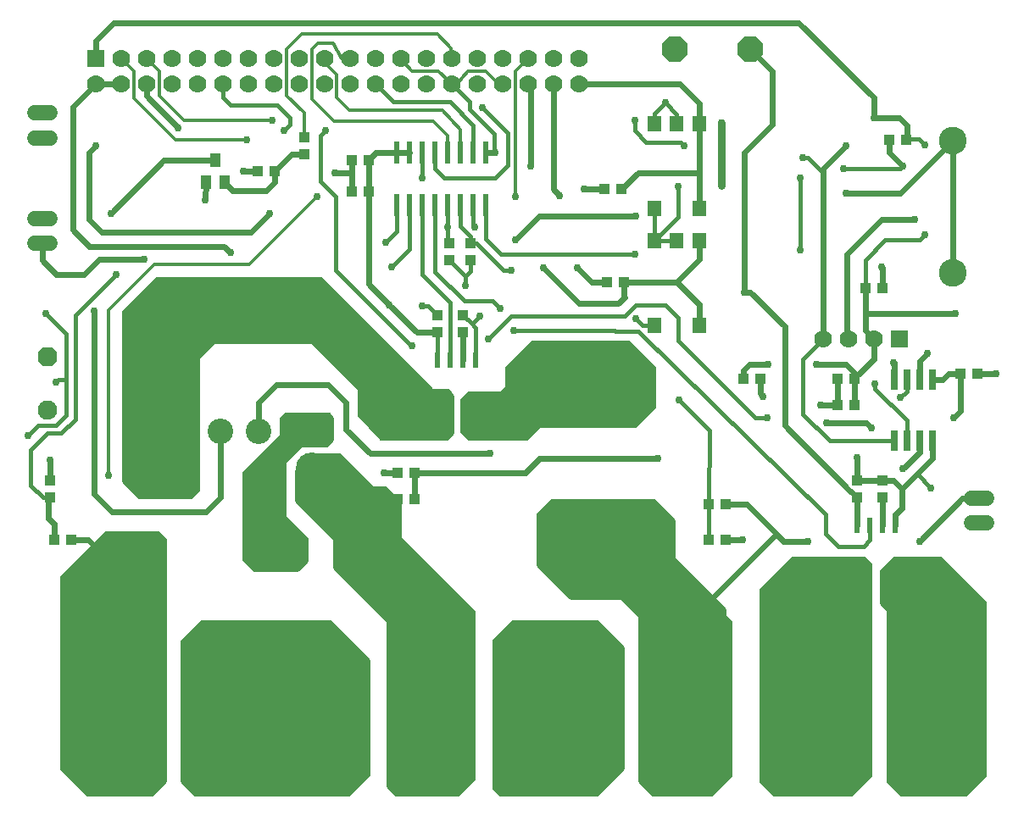
<source format=gbr>
G04 EAGLE Gerber X2 export*
%TF.Part,Single*%
%TF.FileFunction,Copper,L1,Top,Mixed*%
%TF.FilePolarity,Positive*%
%TF.GenerationSoftware,Autodesk,EAGLE,8.6.0*%
%TF.CreationDate,2018-02-22T08:32:46Z*%
G75*
%MOMM*%
%FSLAX34Y34*%
%LPD*%
%AMOC8*
5,1,8,0,0,1.08239X$1,22.5*%
G01*
%ADD10R,1.000000X1.100000*%
%ADD11C,2.095500*%
%ADD12P,4.123906X8X292.500000*%
%ADD13R,1.100000X1.000000*%
%ADD14R,1.000000X1.400000*%
%ADD15R,1.778000X1.778000*%
%ADD16C,1.778000*%
%ADD17R,0.600000X1.500000*%
%ADD18C,3.000000*%
%ADD19R,0.600000X2.200000*%
%ADD20C,4.300000*%
%ADD21C,3.216000*%
%ADD22C,2.550000*%
%ADD23R,0.660400X2.032000*%
%ADD24C,1.524000*%
%ADD25C,2.775000*%
%ADD26P,2.749271X8X202.500000*%
%ADD27R,1.400000X1.600000*%
%ADD28P,2.089446X8X292.500000*%
%ADD29C,1.930400*%
%ADD30C,0.406400*%
%ADD31C,0.756400*%
%ADD32C,0.609600*%
%ADD33C,0.304800*%
%ADD34C,0.762000*%

G36*
X179234Y307355D02*
X179234Y307355D01*
X179398Y307362D01*
X179458Y307375D01*
X179519Y307381D01*
X179677Y307424D01*
X179838Y307460D01*
X179894Y307483D01*
X179953Y307499D01*
X180101Y307570D01*
X180253Y307633D01*
X180305Y307666D01*
X180360Y307693D01*
X180493Y307788D01*
X180631Y307878D01*
X180689Y307929D01*
X180726Y307955D01*
X180768Y307998D01*
X180866Y308084D01*
X187216Y314434D01*
X187321Y314561D01*
X187433Y314682D01*
X187465Y314733D01*
X187504Y314780D01*
X187586Y314923D01*
X187674Y315061D01*
X187698Y315118D01*
X187728Y315171D01*
X187783Y315326D01*
X187845Y315478D01*
X187858Y315538D01*
X187879Y315595D01*
X187905Y315757D01*
X187940Y315918D01*
X187945Y315995D01*
X187952Y316039D01*
X187951Y316100D01*
X187959Y316230D01*
X187959Y447258D01*
X202982Y462281D01*
X299938Y462281D01*
X345441Y416778D01*
X345441Y391160D01*
X345452Y391032D01*
X345454Y390904D01*
X345472Y390808D01*
X345481Y390712D01*
X345514Y390588D01*
X345539Y390462D01*
X345574Y390371D01*
X345599Y390277D01*
X345654Y390162D01*
X345700Y390042D01*
X345751Y389958D01*
X345793Y389871D01*
X345849Y389792D01*
X345851Y389787D01*
X345867Y389766D01*
X345934Y389656D01*
X346019Y389554D01*
X346055Y389504D01*
X346086Y389474D01*
X346116Y389437D01*
X346123Y389429D01*
X346126Y389426D01*
X346134Y389417D01*
X367724Y366557D01*
X367874Y366424D01*
X368022Y366288D01*
X368042Y366274D01*
X368061Y366258D01*
X368232Y366154D01*
X368401Y366046D01*
X368424Y366036D01*
X368445Y366023D01*
X368632Y365951D01*
X368818Y365875D01*
X368842Y365869D01*
X368865Y365861D01*
X369061Y365822D01*
X369258Y365780D01*
X369288Y365778D01*
X369307Y365774D01*
X369362Y365774D01*
X369570Y365761D01*
X434340Y365761D01*
X434504Y365775D01*
X434668Y365782D01*
X434728Y365795D01*
X434789Y365801D01*
X434947Y365844D01*
X435108Y365880D01*
X435164Y365903D01*
X435223Y365919D01*
X435371Y365990D01*
X435523Y366053D01*
X435575Y366086D01*
X435630Y366113D01*
X435763Y366208D01*
X435901Y366298D01*
X435959Y366349D01*
X435996Y366375D01*
X436038Y366418D01*
X436136Y366504D01*
X441216Y371584D01*
X441302Y371688D01*
X441371Y371759D01*
X441386Y371781D01*
X441433Y371832D01*
X441465Y371883D01*
X441504Y371930D01*
X441586Y372073D01*
X441674Y372211D01*
X441698Y372268D01*
X441728Y372321D01*
X441783Y372476D01*
X441845Y372628D01*
X441858Y372688D01*
X441879Y372745D01*
X441905Y372907D01*
X441940Y373068D01*
X441945Y373145D01*
X441952Y373189D01*
X441951Y373250D01*
X441959Y373380D01*
X441959Y410210D01*
X441941Y410419D01*
X441925Y410628D01*
X441921Y410643D01*
X441919Y410659D01*
X441864Y410862D01*
X441812Y411064D01*
X441805Y411078D01*
X441801Y411093D01*
X441711Y411281D01*
X441623Y411473D01*
X441613Y411488D01*
X441607Y411500D01*
X441582Y411535D01*
X441451Y411734D01*
X437641Y416814D01*
X437562Y416902D01*
X437490Y416997D01*
X437412Y417069D01*
X437340Y417148D01*
X437246Y417222D01*
X437158Y417303D01*
X437069Y417360D01*
X436985Y417425D01*
X436879Y417480D01*
X436779Y417544D01*
X436680Y417585D01*
X436586Y417634D01*
X436472Y417670D01*
X436362Y417715D01*
X436258Y417738D01*
X436157Y417770D01*
X436039Y417785D01*
X435922Y417810D01*
X435773Y417819D01*
X435710Y417827D01*
X435672Y417825D01*
X435610Y417829D01*
X421422Y417829D01*
X310406Y528846D01*
X310279Y528951D01*
X310158Y529063D01*
X310107Y529095D01*
X310060Y529134D01*
X309917Y529216D01*
X309779Y529304D01*
X309722Y529328D01*
X309669Y529358D01*
X309514Y529413D01*
X309362Y529475D01*
X309302Y529488D01*
X309245Y529509D01*
X309083Y529535D01*
X308922Y529570D01*
X308845Y529575D01*
X308801Y529582D01*
X308740Y529581D01*
X308610Y529589D01*
X146050Y529589D01*
X145886Y529575D01*
X145722Y529568D01*
X145662Y529555D01*
X145602Y529549D01*
X145443Y529506D01*
X145282Y529470D01*
X145226Y529447D01*
X145167Y529431D01*
X145019Y529360D01*
X144867Y529297D01*
X144815Y529264D01*
X144761Y529237D01*
X144627Y529142D01*
X144489Y529052D01*
X144431Y529001D01*
X144394Y528975D01*
X144352Y528932D01*
X144254Y528846D01*
X111234Y495826D01*
X111129Y495699D01*
X111018Y495578D01*
X110985Y495527D01*
X110946Y495480D01*
X110864Y495337D01*
X110776Y495199D01*
X110752Y495142D01*
X110722Y495089D01*
X110667Y494934D01*
X110605Y494782D01*
X110592Y494722D01*
X110571Y494665D01*
X110545Y494503D01*
X110510Y494342D01*
X110505Y494265D01*
X110498Y494221D01*
X110499Y494160D01*
X110491Y494030D01*
X110491Y325120D01*
X110497Y325054D01*
X110496Y325046D01*
X110501Y325006D01*
X110505Y324956D01*
X110512Y324792D01*
X110525Y324732D01*
X110531Y324672D01*
X110547Y324613D01*
X110548Y324599D01*
X110570Y324528D01*
X110574Y324513D01*
X110610Y324352D01*
X110633Y324296D01*
X110649Y324237D01*
X110673Y324188D01*
X110679Y324168D01*
X110723Y324081D01*
X110783Y323937D01*
X110816Y323885D01*
X110843Y323831D01*
X110870Y323792D01*
X110883Y323767D01*
X110951Y323678D01*
X111028Y323559D01*
X111079Y323501D01*
X111105Y323464D01*
X111134Y323436D01*
X111155Y323408D01*
X111185Y323380D01*
X111234Y323324D01*
X126474Y308084D01*
X126601Y307979D01*
X126722Y307868D01*
X126773Y307835D01*
X126820Y307796D01*
X126963Y307714D01*
X127101Y307626D01*
X127158Y307602D01*
X127211Y307572D01*
X127366Y307517D01*
X127518Y307455D01*
X127578Y307442D01*
X127635Y307421D01*
X127797Y307395D01*
X127958Y307360D01*
X128035Y307355D01*
X128079Y307348D01*
X128140Y307349D01*
X128270Y307341D01*
X179070Y307341D01*
X179234Y307355D01*
G37*
G36*
X336714Y10175D02*
X336714Y10175D01*
X336878Y10182D01*
X336938Y10195D01*
X336999Y10201D01*
X337157Y10244D01*
X337318Y10280D01*
X337374Y10303D01*
X337433Y10319D01*
X337581Y10390D01*
X337733Y10453D01*
X337785Y10486D01*
X337840Y10513D01*
X337973Y10608D01*
X338111Y10698D01*
X338169Y10749D01*
X338206Y10775D01*
X338248Y10818D01*
X338346Y10904D01*
X357396Y29954D01*
X357501Y30081D01*
X357613Y30202D01*
X357645Y30253D01*
X357684Y30300D01*
X357766Y30443D01*
X357854Y30581D01*
X357878Y30638D01*
X357908Y30691D01*
X357963Y30846D01*
X358025Y30998D01*
X358038Y31058D01*
X358059Y31115D01*
X358085Y31277D01*
X358120Y31438D01*
X358125Y31515D01*
X358132Y31559D01*
X358131Y31620D01*
X358139Y31750D01*
X358139Y146050D01*
X358125Y146214D01*
X358118Y146378D01*
X358105Y146438D01*
X358099Y146499D01*
X358056Y146657D01*
X358020Y146818D01*
X357997Y146874D01*
X357981Y146933D01*
X357910Y147081D01*
X357847Y147233D01*
X357814Y147285D01*
X357787Y147340D01*
X357692Y147473D01*
X357602Y147611D01*
X357551Y147669D01*
X357525Y147706D01*
X357482Y147748D01*
X357396Y147846D01*
X319296Y185946D01*
X319169Y186051D01*
X319048Y186163D01*
X318997Y186195D01*
X318950Y186234D01*
X318807Y186316D01*
X318669Y186404D01*
X318612Y186428D01*
X318559Y186458D01*
X318404Y186513D01*
X318252Y186575D01*
X318192Y186588D01*
X318135Y186609D01*
X317973Y186635D01*
X317812Y186670D01*
X317735Y186675D01*
X317691Y186682D01*
X317630Y186681D01*
X317500Y186689D01*
X190500Y186689D01*
X190336Y186675D01*
X190172Y186668D01*
X190112Y186655D01*
X190052Y186649D01*
X189893Y186606D01*
X189732Y186570D01*
X189676Y186547D01*
X189617Y186531D01*
X189469Y186460D01*
X189317Y186397D01*
X189265Y186364D01*
X189211Y186337D01*
X189077Y186242D01*
X188939Y186152D01*
X188881Y186101D01*
X188844Y186075D01*
X188802Y186032D01*
X188704Y185946D01*
X169654Y166896D01*
X169549Y166769D01*
X169438Y166648D01*
X169405Y166597D01*
X169366Y166550D01*
X169284Y166407D01*
X169196Y166269D01*
X169172Y166212D01*
X169142Y166159D01*
X169087Y166004D01*
X169025Y165852D01*
X169012Y165792D01*
X168991Y165735D01*
X168965Y165573D01*
X168930Y165412D01*
X168925Y165335D01*
X168918Y165291D01*
X168919Y165230D01*
X168911Y165100D01*
X168911Y25400D01*
X168916Y25339D01*
X168915Y25327D01*
X168923Y25262D01*
X168925Y25236D01*
X168932Y25072D01*
X168945Y25012D01*
X168951Y24952D01*
X168966Y24897D01*
X168968Y24880D01*
X168994Y24792D01*
X169030Y24632D01*
X169053Y24576D01*
X169069Y24517D01*
X169091Y24471D01*
X169098Y24449D01*
X169145Y24357D01*
X169203Y24217D01*
X169236Y24165D01*
X169263Y24111D01*
X169289Y24074D01*
X169302Y24048D01*
X169372Y23956D01*
X169448Y23839D01*
X169499Y23781D01*
X169525Y23744D01*
X169553Y23717D01*
X169574Y23689D01*
X169605Y23661D01*
X169654Y23604D01*
X182354Y10904D01*
X182481Y10799D01*
X182602Y10688D01*
X182653Y10655D01*
X182700Y10616D01*
X182843Y10534D01*
X182981Y10446D01*
X183038Y10422D01*
X183091Y10392D01*
X183246Y10337D01*
X183398Y10275D01*
X183458Y10262D01*
X183515Y10241D01*
X183677Y10215D01*
X183838Y10180D01*
X183915Y10175D01*
X183959Y10168D01*
X184020Y10169D01*
X184150Y10161D01*
X336550Y10161D01*
X336714Y10175D01*
G37*
G36*
X698664Y10175D02*
X698664Y10175D01*
X698828Y10182D01*
X698888Y10195D01*
X698949Y10201D01*
X699107Y10244D01*
X699268Y10280D01*
X699324Y10303D01*
X699383Y10319D01*
X699531Y10390D01*
X699683Y10453D01*
X699735Y10486D01*
X699790Y10513D01*
X699923Y10608D01*
X700061Y10698D01*
X700119Y10749D01*
X700156Y10775D01*
X700198Y10818D01*
X700296Y10904D01*
X719346Y29954D01*
X719451Y30081D01*
X719563Y30202D01*
X719595Y30253D01*
X719634Y30300D01*
X719716Y30443D01*
X719804Y30581D01*
X719828Y30638D01*
X719858Y30691D01*
X719913Y30846D01*
X719975Y30998D01*
X719988Y31058D01*
X720009Y31115D01*
X720035Y31277D01*
X720070Y31438D01*
X720075Y31515D01*
X720082Y31559D01*
X720081Y31620D01*
X720089Y31750D01*
X720089Y184150D01*
X720075Y184314D01*
X720068Y184478D01*
X720055Y184538D01*
X720049Y184599D01*
X720006Y184757D01*
X719970Y184918D01*
X719947Y184974D01*
X719931Y185033D01*
X719860Y185181D01*
X719797Y185333D01*
X719764Y185385D01*
X719737Y185440D01*
X719642Y185573D01*
X719552Y185711D01*
X719501Y185769D01*
X719475Y185806D01*
X719432Y185848D01*
X719346Y185946D01*
X713739Y191552D01*
X713739Y196850D01*
X713725Y197014D01*
X713718Y197178D01*
X713705Y197238D01*
X713699Y197299D01*
X713656Y197457D01*
X713620Y197618D01*
X713597Y197674D01*
X713581Y197733D01*
X713510Y197881D01*
X713447Y198033D01*
X713414Y198085D01*
X713387Y198140D01*
X713292Y198273D01*
X713202Y198411D01*
X713151Y198469D01*
X713125Y198506D01*
X713082Y198548D01*
X712996Y198646D01*
X662939Y248702D01*
X662939Y285750D01*
X662925Y285914D01*
X662918Y286078D01*
X662905Y286138D01*
X662899Y286199D01*
X662856Y286357D01*
X662820Y286518D01*
X662797Y286574D01*
X662781Y286633D01*
X662711Y286781D01*
X662647Y286933D01*
X662614Y286985D01*
X662587Y287040D01*
X662492Y287173D01*
X662402Y287311D01*
X662351Y287369D01*
X662325Y287406D01*
X662282Y287448D01*
X662196Y287546D01*
X643146Y306596D01*
X643019Y306701D01*
X642898Y306813D01*
X642847Y306845D01*
X642800Y306884D01*
X642657Y306966D01*
X642519Y307054D01*
X642462Y307078D01*
X642409Y307108D01*
X642254Y307163D01*
X642102Y307225D01*
X642042Y307238D01*
X641985Y307259D01*
X641823Y307285D01*
X641662Y307320D01*
X641585Y307325D01*
X641541Y307332D01*
X641480Y307331D01*
X641350Y307339D01*
X539750Y307339D01*
X539586Y307325D01*
X539422Y307318D01*
X539362Y307305D01*
X539302Y307299D01*
X539143Y307256D01*
X538982Y307220D01*
X538926Y307197D01*
X538867Y307181D01*
X538719Y307110D01*
X538567Y307047D01*
X538515Y307014D01*
X538461Y306987D01*
X538327Y306892D01*
X538189Y306802D01*
X538131Y306751D01*
X538094Y306725D01*
X538052Y306682D01*
X537954Y306596D01*
X525254Y293896D01*
X525149Y293769D01*
X525038Y293648D01*
X525005Y293597D01*
X524966Y293550D01*
X524884Y293407D01*
X524796Y293269D01*
X524772Y293212D01*
X524742Y293159D01*
X524687Y293004D01*
X524625Y292852D01*
X524612Y292792D01*
X524591Y292735D01*
X524565Y292573D01*
X524530Y292412D01*
X524525Y292335D01*
X524518Y292291D01*
X524519Y292230D01*
X524511Y292100D01*
X524511Y241300D01*
X524525Y241136D01*
X524532Y240972D01*
X524545Y240912D01*
X524551Y240852D01*
X524594Y240693D01*
X524630Y240532D01*
X524653Y240476D01*
X524669Y240417D01*
X524740Y240269D01*
X524803Y240117D01*
X524836Y240065D01*
X524863Y240011D01*
X524958Y239877D01*
X525048Y239739D01*
X525099Y239681D01*
X525125Y239644D01*
X525168Y239602D01*
X525254Y239504D01*
X557004Y207754D01*
X557131Y207649D01*
X557252Y207538D01*
X557303Y207505D01*
X557350Y207466D01*
X557493Y207384D01*
X557631Y207296D01*
X557688Y207272D01*
X557741Y207242D01*
X557896Y207187D01*
X558048Y207125D01*
X558108Y207112D01*
X558165Y207091D01*
X558327Y207065D01*
X558488Y207030D01*
X558565Y207025D01*
X558609Y207018D01*
X558670Y207019D01*
X558800Y207011D01*
X608548Y207011D01*
X626111Y189448D01*
X626111Y25400D01*
X626116Y25339D01*
X626115Y25327D01*
X626123Y25262D01*
X626125Y25236D01*
X626132Y25072D01*
X626145Y25012D01*
X626151Y24952D01*
X626166Y24897D01*
X626168Y24880D01*
X626194Y24792D01*
X626230Y24632D01*
X626253Y24576D01*
X626269Y24517D01*
X626291Y24471D01*
X626298Y24449D01*
X626345Y24357D01*
X626403Y24217D01*
X626436Y24165D01*
X626463Y24111D01*
X626489Y24074D01*
X626502Y24048D01*
X626572Y23956D01*
X626648Y23839D01*
X626699Y23781D01*
X626725Y23744D01*
X626753Y23717D01*
X626774Y23689D01*
X626805Y23661D01*
X626854Y23604D01*
X639554Y10904D01*
X639681Y10799D01*
X639802Y10688D01*
X639853Y10655D01*
X639900Y10616D01*
X640043Y10534D01*
X640181Y10446D01*
X640238Y10422D01*
X640291Y10392D01*
X640446Y10337D01*
X640598Y10275D01*
X640658Y10262D01*
X640715Y10241D01*
X640877Y10215D01*
X641038Y10180D01*
X641115Y10175D01*
X641159Y10168D01*
X641220Y10169D01*
X641350Y10161D01*
X698500Y10161D01*
X698664Y10175D01*
G37*
G36*
X445934Y10175D02*
X445934Y10175D01*
X446098Y10182D01*
X446158Y10195D01*
X446218Y10201D01*
X446377Y10244D01*
X446538Y10280D01*
X446594Y10303D01*
X446653Y10319D01*
X446801Y10390D01*
X446953Y10453D01*
X447005Y10486D01*
X447059Y10513D01*
X447193Y10608D01*
X447331Y10698D01*
X447389Y10749D01*
X447426Y10775D01*
X447468Y10818D01*
X447566Y10904D01*
X462806Y26144D01*
X462890Y26245D01*
X462975Y26333D01*
X462994Y26360D01*
X463023Y26392D01*
X463055Y26443D01*
X463094Y26490D01*
X463167Y26617D01*
X463227Y26706D01*
X463237Y26729D01*
X463264Y26771D01*
X463288Y26828D01*
X463318Y26881D01*
X463372Y27032D01*
X463409Y27118D01*
X463414Y27135D01*
X463435Y27188D01*
X463448Y27248D01*
X463469Y27305D01*
X463495Y27467D01*
X463501Y27495D01*
X463516Y27555D01*
X463517Y27566D01*
X463530Y27628D01*
X463535Y27705D01*
X463542Y27749D01*
X463541Y27810D01*
X463549Y27940D01*
X463549Y194310D01*
X463535Y194474D01*
X463528Y194638D01*
X463515Y194698D01*
X463509Y194759D01*
X463466Y194917D01*
X463430Y195078D01*
X463407Y195134D01*
X463391Y195193D01*
X463320Y195341D01*
X463257Y195493D01*
X463224Y195545D01*
X463197Y195600D01*
X463102Y195733D01*
X463012Y195871D01*
X462961Y195929D01*
X462935Y195966D01*
X462892Y196008D01*
X462806Y196106D01*
X389889Y269022D01*
X389889Y303530D01*
X389875Y303694D01*
X389868Y303858D01*
X389855Y303918D01*
X389849Y303979D01*
X389806Y304137D01*
X389770Y304298D01*
X389747Y304354D01*
X389731Y304413D01*
X389660Y304561D01*
X389597Y304713D01*
X389564Y304765D01*
X389537Y304820D01*
X389442Y304953D01*
X389352Y305091D01*
X389301Y305149D01*
X389275Y305186D01*
X389232Y305228D01*
X389146Y305326D01*
X375176Y319296D01*
X375049Y319401D01*
X374928Y319513D01*
X374877Y319545D01*
X374830Y319584D01*
X374687Y319666D01*
X374549Y319754D01*
X374492Y319778D01*
X374439Y319808D01*
X374284Y319863D01*
X374132Y319925D01*
X374072Y319938D01*
X374015Y319959D01*
X373853Y319985D01*
X373692Y320020D01*
X373615Y320025D01*
X373571Y320032D01*
X373510Y320031D01*
X373380Y320039D01*
X361732Y320039D01*
X329456Y352316D01*
X329329Y352421D01*
X329208Y352533D01*
X329157Y352565D01*
X329110Y352604D01*
X328967Y352686D01*
X328829Y352774D01*
X328772Y352798D01*
X328719Y352828D01*
X328564Y352883D01*
X328412Y352945D01*
X328352Y352958D01*
X328295Y352979D01*
X328133Y353005D01*
X327972Y353040D01*
X327895Y353045D01*
X327851Y353052D01*
X327790Y353051D01*
X327660Y353059D01*
X300990Y353059D01*
X300826Y353045D01*
X300662Y353038D01*
X300602Y353025D01*
X300542Y353019D01*
X300383Y352976D01*
X300222Y352940D01*
X300166Y352917D01*
X300107Y352901D01*
X299959Y352830D01*
X299807Y352767D01*
X299755Y352734D01*
X299701Y352707D01*
X299567Y352612D01*
X299429Y352522D01*
X299371Y352471D01*
X299334Y352445D01*
X299292Y352402D01*
X299194Y352316D01*
X283954Y337076D01*
X283849Y336949D01*
X283738Y336828D01*
X283705Y336777D01*
X283666Y336730D01*
X283584Y336587D01*
X283496Y336449D01*
X283472Y336392D01*
X283442Y336339D01*
X283387Y336184D01*
X283325Y336032D01*
X283312Y335972D01*
X283291Y335915D01*
X283265Y335753D01*
X283230Y335592D01*
X283225Y335515D01*
X283218Y335471D01*
X283219Y335410D01*
X283211Y335280D01*
X283211Y306070D01*
X283225Y305906D01*
X283232Y305742D01*
X283245Y305682D01*
X283251Y305622D01*
X283294Y305463D01*
X283330Y305302D01*
X283353Y305246D01*
X283369Y305187D01*
X283440Y305039D01*
X283503Y304887D01*
X283536Y304835D01*
X283563Y304781D01*
X283658Y304647D01*
X283748Y304509D01*
X283799Y304451D01*
X283825Y304414D01*
X283868Y304372D01*
X283954Y304274D01*
X321311Y266918D01*
X321311Y238760D01*
X321325Y238596D01*
X321332Y238432D01*
X321345Y238372D01*
X321351Y238312D01*
X321394Y238153D01*
X321430Y237992D01*
X321453Y237936D01*
X321469Y237877D01*
X321540Y237729D01*
X321603Y237577D01*
X321636Y237525D01*
X321663Y237471D01*
X321758Y237337D01*
X321848Y237199D01*
X321899Y237141D01*
X321925Y237104D01*
X321968Y237062D01*
X322054Y236964D01*
X374651Y184368D01*
X374651Y20320D01*
X374655Y20269D01*
X374654Y20249D01*
X374666Y20149D01*
X374672Y19992D01*
X374685Y19932D01*
X374691Y19872D01*
X374703Y19825D01*
X374706Y19801D01*
X374737Y19699D01*
X374770Y19552D01*
X374793Y19496D01*
X374809Y19437D01*
X374828Y19397D01*
X374836Y19370D01*
X374888Y19269D01*
X374943Y19137D01*
X374976Y19085D01*
X375003Y19031D01*
X375027Y18997D01*
X375041Y18969D01*
X375114Y18873D01*
X375188Y18759D01*
X375239Y18701D01*
X375265Y18664D01*
X375292Y18638D01*
X375313Y18610D01*
X375344Y18581D01*
X375394Y18524D01*
X383014Y10904D01*
X383141Y10799D01*
X383262Y10687D01*
X383313Y10655D01*
X383360Y10616D01*
X383503Y10534D01*
X383641Y10446D01*
X383698Y10422D01*
X383751Y10392D01*
X383906Y10337D01*
X384058Y10275D01*
X384118Y10262D01*
X384175Y10241D01*
X384337Y10215D01*
X384498Y10180D01*
X384575Y10175D01*
X384619Y10168D01*
X384680Y10169D01*
X384810Y10161D01*
X445770Y10161D01*
X445934Y10175D01*
G37*
G36*
X139864Y10175D02*
X139864Y10175D01*
X140028Y10182D01*
X140088Y10195D01*
X140149Y10201D01*
X140307Y10244D01*
X140468Y10280D01*
X140524Y10303D01*
X140583Y10319D01*
X140731Y10390D01*
X140883Y10453D01*
X140935Y10486D01*
X140990Y10513D01*
X141123Y10608D01*
X141261Y10698D01*
X141319Y10749D01*
X141356Y10775D01*
X141398Y10818D01*
X141496Y10904D01*
X154196Y23604D01*
X154280Y23705D01*
X154366Y23794D01*
X154384Y23821D01*
X154413Y23852D01*
X154445Y23903D01*
X154484Y23950D01*
X154556Y24074D01*
X154618Y24167D01*
X154629Y24191D01*
X154654Y24231D01*
X154678Y24288D01*
X154708Y24341D01*
X154760Y24487D01*
X154800Y24578D01*
X154805Y24599D01*
X154825Y24648D01*
X154838Y24708D01*
X154859Y24765D01*
X154885Y24927D01*
X154887Y24934D01*
X154907Y25016D01*
X154908Y25031D01*
X154920Y25088D01*
X154925Y25165D01*
X154932Y25209D01*
X154931Y25270D01*
X154939Y25400D01*
X154939Y266700D01*
X154925Y266864D01*
X154918Y267028D01*
X154905Y267088D01*
X154899Y267149D01*
X154856Y267307D01*
X154820Y267468D01*
X154797Y267524D01*
X154781Y267583D01*
X154710Y267731D01*
X154647Y267883D01*
X154614Y267935D01*
X154587Y267990D01*
X154492Y268123D01*
X154402Y268261D01*
X154351Y268319D01*
X154325Y268356D01*
X154282Y268398D01*
X154196Y268496D01*
X147846Y274846D01*
X147719Y274951D01*
X147598Y275063D01*
X147547Y275095D01*
X147500Y275134D01*
X147357Y275216D01*
X147219Y275304D01*
X147162Y275328D01*
X147109Y275358D01*
X146954Y275413D01*
X146802Y275475D01*
X146742Y275488D01*
X146685Y275509D01*
X146523Y275535D01*
X146362Y275570D01*
X146285Y275575D01*
X146241Y275582D01*
X146180Y275581D01*
X146050Y275589D01*
X95250Y275589D01*
X95086Y275575D01*
X94922Y275568D01*
X94862Y275555D01*
X94802Y275549D01*
X94643Y275506D01*
X94482Y275470D01*
X94426Y275447D01*
X94367Y275431D01*
X94219Y275360D01*
X94067Y275297D01*
X94015Y275264D01*
X93961Y275237D01*
X93827Y275142D01*
X93689Y275052D01*
X93631Y275001D01*
X93594Y274975D01*
X93552Y274932D01*
X93454Y274846D01*
X49004Y230396D01*
X48899Y230269D01*
X48788Y230148D01*
X48755Y230097D01*
X48716Y230050D01*
X48634Y229907D01*
X48546Y229769D01*
X48522Y229712D01*
X48492Y229659D01*
X48437Y229504D01*
X48375Y229352D01*
X48362Y229292D01*
X48341Y229235D01*
X48315Y229073D01*
X48280Y228912D01*
X48275Y228835D01*
X48268Y228791D01*
X48269Y228730D01*
X48261Y228600D01*
X48261Y38100D01*
X48275Y37936D01*
X48282Y37772D01*
X48295Y37712D01*
X48301Y37652D01*
X48344Y37493D01*
X48380Y37332D01*
X48403Y37276D01*
X48419Y37217D01*
X48448Y37156D01*
X48452Y37145D01*
X48479Y37091D01*
X48490Y37069D01*
X48553Y36917D01*
X48586Y36865D01*
X48613Y36811D01*
X48645Y36765D01*
X48656Y36744D01*
X48716Y36664D01*
X48798Y36539D01*
X48849Y36481D01*
X48875Y36444D01*
X48906Y36413D01*
X48928Y36385D01*
X48956Y36359D01*
X49004Y36304D01*
X74404Y10904D01*
X74531Y10799D01*
X74652Y10688D01*
X74703Y10655D01*
X74750Y10616D01*
X74893Y10534D01*
X75031Y10446D01*
X75088Y10422D01*
X75141Y10392D01*
X75296Y10337D01*
X75448Y10275D01*
X75508Y10262D01*
X75565Y10241D01*
X75727Y10215D01*
X75888Y10180D01*
X75965Y10175D01*
X76009Y10168D01*
X76070Y10169D01*
X76200Y10161D01*
X139700Y10161D01*
X139864Y10175D01*
G37*
G36*
X838364Y10175D02*
X838364Y10175D01*
X838528Y10182D01*
X838588Y10195D01*
X838649Y10201D01*
X838807Y10244D01*
X838968Y10280D01*
X839024Y10303D01*
X839083Y10319D01*
X839231Y10390D01*
X839383Y10453D01*
X839435Y10486D01*
X839490Y10513D01*
X839623Y10608D01*
X839761Y10698D01*
X839819Y10749D01*
X839856Y10775D01*
X839898Y10818D01*
X839996Y10904D01*
X859046Y29954D01*
X859151Y30081D01*
X859263Y30202D01*
X859295Y30253D01*
X859334Y30300D01*
X859416Y30443D01*
X859504Y30581D01*
X859528Y30638D01*
X859558Y30691D01*
X859613Y30846D01*
X859675Y30998D01*
X859688Y31058D01*
X859709Y31115D01*
X859735Y31277D01*
X859770Y31438D01*
X859775Y31515D01*
X859782Y31559D01*
X859781Y31620D01*
X859789Y31750D01*
X859789Y241300D01*
X859775Y241464D01*
X859768Y241628D01*
X859755Y241688D01*
X859749Y241749D01*
X859706Y241907D01*
X859670Y242068D01*
X859647Y242124D01*
X859631Y242183D01*
X859560Y242331D01*
X859497Y242483D01*
X859464Y242535D01*
X859437Y242590D01*
X859342Y242723D01*
X859252Y242861D01*
X859201Y242919D01*
X859175Y242956D01*
X859132Y242998D01*
X859046Y243096D01*
X852696Y249446D01*
X852569Y249551D01*
X852448Y249663D01*
X852397Y249695D01*
X852350Y249734D01*
X852207Y249816D01*
X852069Y249904D01*
X852012Y249928D01*
X851959Y249958D01*
X851804Y250013D01*
X851652Y250075D01*
X851592Y250088D01*
X851535Y250109D01*
X851373Y250135D01*
X851212Y250170D01*
X851135Y250175D01*
X851091Y250182D01*
X851030Y250181D01*
X850900Y250189D01*
X781050Y250189D01*
X780886Y250175D01*
X780722Y250168D01*
X780662Y250155D01*
X780602Y250149D01*
X780443Y250106D01*
X780282Y250070D01*
X780226Y250047D01*
X780167Y250031D01*
X780019Y249960D01*
X779867Y249897D01*
X779815Y249864D01*
X779761Y249837D01*
X779627Y249742D01*
X779489Y249652D01*
X779431Y249601D01*
X779394Y249575D01*
X779352Y249532D01*
X779254Y249446D01*
X747504Y217696D01*
X747399Y217569D01*
X747288Y217448D01*
X747255Y217397D01*
X747216Y217350D01*
X747134Y217207D01*
X747046Y217069D01*
X747022Y217012D01*
X746992Y216959D01*
X746937Y216804D01*
X746875Y216652D01*
X746862Y216592D01*
X746841Y216535D01*
X746815Y216373D01*
X746780Y216212D01*
X746775Y216135D01*
X746768Y216091D01*
X746769Y216030D01*
X746761Y215900D01*
X746761Y25400D01*
X746766Y25339D01*
X746765Y25327D01*
X746773Y25262D01*
X746775Y25236D01*
X746782Y25072D01*
X746795Y25012D01*
X746801Y24952D01*
X746816Y24897D01*
X746818Y24880D01*
X746844Y24792D01*
X746880Y24632D01*
X746903Y24576D01*
X746919Y24517D01*
X746941Y24471D01*
X746948Y24449D01*
X746995Y24357D01*
X747053Y24217D01*
X747086Y24165D01*
X747113Y24111D01*
X747139Y24074D01*
X747152Y24048D01*
X747222Y23956D01*
X747298Y23839D01*
X747349Y23781D01*
X747375Y23744D01*
X747403Y23717D01*
X747424Y23689D01*
X747455Y23661D01*
X747504Y23604D01*
X760204Y10904D01*
X760331Y10799D01*
X760452Y10688D01*
X760503Y10655D01*
X760550Y10616D01*
X760693Y10534D01*
X760831Y10446D01*
X760888Y10422D01*
X760941Y10392D01*
X761096Y10337D01*
X761248Y10275D01*
X761308Y10262D01*
X761365Y10241D01*
X761527Y10215D01*
X761688Y10180D01*
X761765Y10175D01*
X761809Y10168D01*
X761870Y10169D01*
X762000Y10161D01*
X838200Y10161D01*
X838364Y10175D01*
G37*
G36*
X952664Y10175D02*
X952664Y10175D01*
X952828Y10182D01*
X952888Y10195D01*
X952949Y10201D01*
X953107Y10244D01*
X953268Y10280D01*
X953324Y10303D01*
X953383Y10319D01*
X953531Y10390D01*
X953683Y10453D01*
X953735Y10486D01*
X953790Y10513D01*
X953923Y10608D01*
X954061Y10698D01*
X954119Y10749D01*
X954156Y10775D01*
X954198Y10818D01*
X954296Y10904D01*
X973346Y29954D01*
X973451Y30081D01*
X973563Y30202D01*
X973595Y30253D01*
X973634Y30300D01*
X973716Y30443D01*
X973804Y30581D01*
X973828Y30638D01*
X973858Y30691D01*
X973913Y30846D01*
X973975Y30998D01*
X973988Y31058D01*
X974009Y31115D01*
X974035Y31277D01*
X974070Y31438D01*
X974075Y31515D01*
X974082Y31559D01*
X974081Y31620D01*
X974089Y31750D01*
X974089Y203200D01*
X974088Y203211D01*
X974088Y203213D01*
X974087Y203220D01*
X974075Y203364D01*
X974068Y203528D01*
X974055Y203588D01*
X974049Y203649D01*
X974006Y203807D01*
X973970Y203968D01*
X973947Y204024D01*
X973931Y204083D01*
X973860Y204231D01*
X973797Y204383D01*
X973764Y204435D01*
X973737Y204490D01*
X973642Y204623D01*
X973552Y204761D01*
X973501Y204819D01*
X973475Y204856D01*
X973432Y204898D01*
X973346Y204996D01*
X928896Y249446D01*
X928769Y249551D01*
X928648Y249663D01*
X928597Y249695D01*
X928550Y249734D01*
X928407Y249816D01*
X928269Y249904D01*
X928212Y249928D01*
X928159Y249958D01*
X928004Y250013D01*
X927852Y250075D01*
X927792Y250088D01*
X927735Y250109D01*
X927573Y250135D01*
X927412Y250170D01*
X927335Y250175D01*
X927291Y250182D01*
X927230Y250181D01*
X927100Y250189D01*
X882650Y250189D01*
X882486Y250175D01*
X882322Y250168D01*
X882262Y250155D01*
X882202Y250149D01*
X882043Y250106D01*
X881882Y250070D01*
X881826Y250047D01*
X881767Y250031D01*
X881619Y249960D01*
X881467Y249897D01*
X881415Y249864D01*
X881361Y249837D01*
X881227Y249742D01*
X881089Y249652D01*
X881031Y249601D01*
X880994Y249575D01*
X880952Y249532D01*
X880854Y249446D01*
X868154Y236746D01*
X868049Y236619D01*
X867938Y236498D01*
X867905Y236447D01*
X867866Y236400D01*
X867784Y236257D01*
X867696Y236119D01*
X867672Y236062D01*
X867642Y236009D01*
X867587Y235854D01*
X867525Y235702D01*
X867512Y235642D01*
X867491Y235585D01*
X867465Y235423D01*
X867430Y235262D01*
X867425Y235185D01*
X867418Y235141D01*
X867419Y235080D01*
X867411Y234950D01*
X867411Y203200D01*
X867425Y203036D01*
X867432Y202872D01*
X867445Y202812D01*
X867451Y202752D01*
X867494Y202593D01*
X867530Y202432D01*
X867553Y202376D01*
X867569Y202317D01*
X867640Y202169D01*
X867703Y202017D01*
X867736Y201965D01*
X867763Y201911D01*
X867858Y201777D01*
X867948Y201639D01*
X867999Y201581D01*
X868025Y201544D01*
X868068Y201502D01*
X868154Y201404D01*
X873761Y195798D01*
X873761Y25400D01*
X873766Y25339D01*
X873765Y25327D01*
X873773Y25262D01*
X873775Y25236D01*
X873782Y25072D01*
X873795Y25012D01*
X873801Y24952D01*
X873816Y24897D01*
X873818Y24880D01*
X873844Y24792D01*
X873880Y24632D01*
X873903Y24576D01*
X873919Y24517D01*
X873941Y24471D01*
X873948Y24449D01*
X873995Y24357D01*
X874053Y24217D01*
X874086Y24165D01*
X874113Y24111D01*
X874139Y24074D01*
X874152Y24048D01*
X874222Y23956D01*
X874298Y23839D01*
X874349Y23781D01*
X874375Y23744D01*
X874403Y23717D01*
X874424Y23689D01*
X874455Y23661D01*
X874504Y23604D01*
X887204Y10904D01*
X887331Y10799D01*
X887452Y10688D01*
X887503Y10655D01*
X887550Y10616D01*
X887693Y10534D01*
X887831Y10446D01*
X887888Y10422D01*
X887941Y10392D01*
X888096Y10337D01*
X888248Y10275D01*
X888308Y10262D01*
X888365Y10241D01*
X888527Y10215D01*
X888688Y10180D01*
X888765Y10175D01*
X888809Y10168D01*
X888870Y10169D01*
X889000Y10161D01*
X952500Y10161D01*
X952664Y10175D01*
G37*
G36*
X584364Y10175D02*
X584364Y10175D01*
X584528Y10182D01*
X584588Y10195D01*
X584649Y10201D01*
X584807Y10244D01*
X584968Y10280D01*
X585024Y10303D01*
X585083Y10319D01*
X585231Y10390D01*
X585383Y10453D01*
X585435Y10486D01*
X585490Y10513D01*
X585623Y10608D01*
X585761Y10698D01*
X585819Y10749D01*
X585856Y10775D01*
X585898Y10818D01*
X585996Y10904D01*
X611396Y36304D01*
X611480Y36406D01*
X611562Y36490D01*
X611580Y36516D01*
X611613Y36552D01*
X611645Y36603D01*
X611684Y36650D01*
X611762Y36786D01*
X611814Y36863D01*
X611822Y36881D01*
X611854Y36931D01*
X611878Y36988D01*
X611908Y37041D01*
X611963Y37196D01*
X611980Y37238D01*
X611996Y37275D01*
X611998Y37282D01*
X612025Y37348D01*
X612038Y37408D01*
X612059Y37465D01*
X612085Y37627D01*
X612120Y37788D01*
X612125Y37865D01*
X612132Y37909D01*
X612131Y37970D01*
X612139Y38100D01*
X612139Y158750D01*
X612125Y158914D01*
X612118Y159078D01*
X612105Y159138D01*
X612099Y159199D01*
X612056Y159357D01*
X612020Y159518D01*
X611997Y159574D01*
X611981Y159633D01*
X611910Y159781D01*
X611847Y159933D01*
X611814Y159985D01*
X611787Y160040D01*
X611692Y160173D01*
X611602Y160311D01*
X611551Y160369D01*
X611525Y160406D01*
X611482Y160448D01*
X611396Y160546D01*
X585996Y185946D01*
X585869Y186051D01*
X585748Y186163D01*
X585697Y186195D01*
X585650Y186234D01*
X585507Y186316D01*
X585369Y186404D01*
X585312Y186428D01*
X585259Y186458D01*
X585104Y186513D01*
X584952Y186575D01*
X584892Y186588D01*
X584835Y186609D01*
X584673Y186635D01*
X584512Y186670D01*
X584435Y186675D01*
X584391Y186682D01*
X584330Y186681D01*
X584200Y186689D01*
X501650Y186689D01*
X501486Y186675D01*
X501322Y186668D01*
X501262Y186655D01*
X501202Y186649D01*
X501043Y186606D01*
X500882Y186570D01*
X500826Y186547D01*
X500767Y186531D01*
X500619Y186460D01*
X500467Y186397D01*
X500415Y186364D01*
X500361Y186337D01*
X500227Y186242D01*
X500089Y186152D01*
X500031Y186101D01*
X499994Y186075D01*
X499952Y186032D01*
X499854Y185946D01*
X480804Y166896D01*
X480699Y166769D01*
X480588Y166648D01*
X480555Y166597D01*
X480516Y166550D01*
X480434Y166407D01*
X480346Y166269D01*
X480322Y166212D01*
X480292Y166159D01*
X480237Y166004D01*
X480175Y165852D01*
X480162Y165792D01*
X480141Y165735D01*
X480115Y165573D01*
X480080Y165412D01*
X480075Y165335D01*
X480068Y165291D01*
X480069Y165230D01*
X480061Y165100D01*
X480061Y19050D01*
X480075Y18886D01*
X480082Y18722D01*
X480095Y18662D01*
X480101Y18602D01*
X480144Y18443D01*
X480180Y18282D01*
X480203Y18226D01*
X480219Y18167D01*
X480290Y18019D01*
X480353Y17867D01*
X480386Y17815D01*
X480413Y17761D01*
X480508Y17627D01*
X480598Y17489D01*
X480649Y17431D01*
X480675Y17394D01*
X480718Y17352D01*
X480804Y17254D01*
X487154Y10904D01*
X487281Y10799D01*
X487402Y10688D01*
X487453Y10655D01*
X487500Y10616D01*
X487643Y10534D01*
X487781Y10446D01*
X487838Y10422D01*
X487891Y10392D01*
X488046Y10337D01*
X488198Y10275D01*
X488258Y10262D01*
X488315Y10241D01*
X488477Y10215D01*
X488638Y10180D01*
X488715Y10175D01*
X488759Y10168D01*
X488820Y10169D01*
X488950Y10161D01*
X584200Y10161D01*
X584364Y10175D01*
G37*
G36*
X514514Y365775D02*
X514514Y365775D01*
X514678Y365782D01*
X514738Y365795D01*
X514799Y365801D01*
X514957Y365844D01*
X515118Y365880D01*
X515174Y365903D01*
X515233Y365919D01*
X515381Y365990D01*
X515533Y366053D01*
X515585Y366086D01*
X515640Y366113D01*
X515773Y366208D01*
X515911Y366298D01*
X515969Y366349D01*
X516006Y366375D01*
X516048Y366418D01*
X516146Y366504D01*
X528102Y378461D01*
X622300Y378461D01*
X622464Y378475D01*
X622628Y378482D01*
X622688Y378495D01*
X622749Y378501D01*
X622907Y378544D01*
X623068Y378580D01*
X623124Y378603D01*
X623183Y378619D01*
X623331Y378690D01*
X623483Y378753D01*
X623535Y378786D01*
X623590Y378813D01*
X623723Y378908D01*
X623861Y378998D01*
X623919Y379049D01*
X623956Y379075D01*
X623998Y379118D01*
X624096Y379204D01*
X643146Y398254D01*
X643251Y398381D01*
X643363Y398502D01*
X643395Y398553D01*
X643434Y398600D01*
X643516Y398743D01*
X643604Y398881D01*
X643628Y398938D01*
X643658Y398991D01*
X643713Y399146D01*
X643775Y399298D01*
X643788Y399358D01*
X643809Y399415D01*
X643835Y399577D01*
X643870Y399738D01*
X643875Y399815D01*
X643882Y399859D01*
X643881Y399920D01*
X643889Y400050D01*
X643889Y438150D01*
X643875Y438314D01*
X643868Y438478D01*
X643855Y438538D01*
X643849Y438599D01*
X643806Y438757D01*
X643770Y438918D01*
X643747Y438974D01*
X643731Y439033D01*
X643660Y439181D01*
X643597Y439333D01*
X643564Y439385D01*
X643537Y439440D01*
X643442Y439573D01*
X643352Y439711D01*
X643301Y439769D01*
X643275Y439806D01*
X643232Y439848D01*
X643146Y439946D01*
X617746Y465346D01*
X617619Y465451D01*
X617498Y465563D01*
X617447Y465595D01*
X617400Y465634D01*
X617257Y465716D01*
X617119Y465804D01*
X617062Y465828D01*
X617009Y465858D01*
X616854Y465913D01*
X616702Y465975D01*
X616642Y465988D01*
X616585Y466009D01*
X616423Y466035D01*
X616262Y466070D01*
X616185Y466075D01*
X616141Y466082D01*
X616080Y466081D01*
X615950Y466089D01*
X520700Y466089D01*
X520536Y466075D01*
X520372Y466068D01*
X520312Y466055D01*
X520252Y466049D01*
X520093Y466006D01*
X519932Y465970D01*
X519876Y465947D01*
X519817Y465931D01*
X519669Y465860D01*
X519517Y465797D01*
X519465Y465764D01*
X519411Y465737D01*
X519277Y465642D01*
X519139Y465552D01*
X519081Y465501D01*
X519044Y465475D01*
X519002Y465432D01*
X518904Y465346D01*
X493504Y439946D01*
X493399Y439819D01*
X493288Y439698D01*
X493255Y439647D01*
X493216Y439600D01*
X493134Y439457D01*
X493046Y439319D01*
X493022Y439262D01*
X492992Y439209D01*
X492937Y439054D01*
X492875Y438902D01*
X492862Y438842D01*
X492841Y438785D01*
X492815Y438623D01*
X492780Y438462D01*
X492775Y438385D01*
X492768Y438341D01*
X492769Y438280D01*
X492761Y438150D01*
X492761Y420152D01*
X487898Y415289D01*
X457200Y415289D01*
X457036Y415275D01*
X456872Y415268D01*
X456812Y415255D01*
X456752Y415249D01*
X456593Y415206D01*
X456432Y415170D01*
X456376Y415147D01*
X456317Y415131D01*
X456169Y415060D01*
X456017Y414997D01*
X455965Y414964D01*
X455911Y414937D01*
X455777Y414842D01*
X455639Y414752D01*
X455581Y414701D01*
X455544Y414675D01*
X455502Y414632D01*
X455404Y414546D01*
X449054Y408196D01*
X448949Y408069D01*
X448838Y407948D01*
X448805Y407897D01*
X448766Y407850D01*
X448684Y407707D01*
X448596Y407569D01*
X448572Y407512D01*
X448542Y407459D01*
X448487Y407304D01*
X448460Y407238D01*
X448446Y407207D01*
X448445Y407201D01*
X448425Y407152D01*
X448412Y407092D01*
X448391Y407035D01*
X448365Y406873D01*
X448364Y406869D01*
X448339Y406769D01*
X448338Y406750D01*
X448330Y406712D01*
X448325Y406635D01*
X448318Y406591D01*
X448319Y406530D01*
X448311Y406400D01*
X448311Y374650D01*
X448325Y374486D01*
X448332Y374322D01*
X448345Y374262D01*
X448351Y374202D01*
X448394Y374043D01*
X448430Y373882D01*
X448453Y373826D01*
X448469Y373767D01*
X448540Y373619D01*
X448603Y373467D01*
X448636Y373415D01*
X448663Y373361D01*
X448758Y373227D01*
X448848Y373089D01*
X448899Y373031D01*
X448925Y372994D01*
X448968Y372952D01*
X449054Y372854D01*
X455404Y366504D01*
X455531Y366399D01*
X455652Y366288D01*
X455703Y366255D01*
X455750Y366216D01*
X455893Y366134D01*
X456031Y366046D01*
X456088Y366022D01*
X456141Y365992D01*
X456296Y365937D01*
X456448Y365875D01*
X456508Y365862D01*
X456565Y365841D01*
X456727Y365815D01*
X456888Y365780D01*
X456965Y365775D01*
X457009Y365768D01*
X457070Y365769D01*
X457200Y365761D01*
X514350Y365761D01*
X514514Y365775D01*
G37*
G36*
X285876Y234711D02*
X285876Y234711D01*
X286002Y234718D01*
X286048Y234731D01*
X286096Y234737D01*
X286215Y234779D01*
X286337Y234814D01*
X286379Y234838D01*
X286424Y234854D01*
X286531Y234923D01*
X286641Y234984D01*
X286687Y235024D01*
X286717Y235043D01*
X286751Y235078D01*
X286827Y235143D01*
X295717Y244033D01*
X295796Y244132D01*
X295880Y244226D01*
X295904Y244268D01*
X295934Y244306D01*
X295988Y244420D01*
X296049Y244531D01*
X296062Y244577D01*
X296083Y244621D01*
X296109Y244744D01*
X296144Y244866D01*
X296149Y244927D01*
X296156Y244962D01*
X296155Y245010D01*
X296163Y245110D01*
X296163Y267970D01*
X296149Y268096D01*
X296142Y268222D01*
X296129Y268268D01*
X296123Y268316D01*
X296081Y268435D01*
X296046Y268557D01*
X296022Y268599D01*
X296006Y268644D01*
X295937Y268751D01*
X295876Y268861D01*
X295836Y268907D01*
X295817Y268937D01*
X295782Y268971D01*
X295717Y269047D01*
X274573Y290191D01*
X274573Y343539D01*
X290191Y359157D01*
X314960Y359157D01*
X315086Y359171D01*
X315212Y359178D01*
X315258Y359191D01*
X315306Y359197D01*
X315425Y359239D01*
X315547Y359274D01*
X315589Y359298D01*
X315634Y359314D01*
X315741Y359383D01*
X315851Y359444D01*
X315897Y359484D01*
X315927Y359503D01*
X315961Y359538D01*
X316037Y359603D01*
X321117Y364683D01*
X321196Y364782D01*
X321280Y364876D01*
X321304Y364918D01*
X321334Y364956D01*
X321388Y365070D01*
X321449Y365181D01*
X321462Y365227D01*
X321483Y365271D01*
X321509Y365394D01*
X321544Y365516D01*
X321549Y365577D01*
X321556Y365612D01*
X321555Y365660D01*
X321563Y365760D01*
X321563Y388620D01*
X321546Y388769D01*
X321534Y388920D01*
X321526Y388942D01*
X321523Y388966D01*
X321473Y389108D01*
X321426Y389251D01*
X321412Y389276D01*
X321406Y389294D01*
X321380Y389334D01*
X321307Y389465D01*
X318767Y393275D01*
X318701Y393353D01*
X318643Y393437D01*
X318589Y393486D01*
X318542Y393541D01*
X318460Y393602D01*
X318384Y393670D01*
X318321Y393705D01*
X318262Y393749D01*
X318169Y393789D01*
X318079Y393839D01*
X318009Y393859D01*
X317943Y393888D01*
X317842Y393906D01*
X317744Y393934D01*
X317647Y393941D01*
X317600Y393950D01*
X317563Y393948D01*
X317500Y393953D01*
X274320Y393953D01*
X274194Y393939D01*
X274068Y393932D01*
X274022Y393919D01*
X273974Y393913D01*
X273855Y393871D01*
X273733Y393836D01*
X273691Y393812D01*
X273646Y393796D01*
X273539Y393727D01*
X273429Y393666D01*
X273383Y393626D01*
X273353Y393607D01*
X273319Y393572D01*
X273243Y393507D01*
X268163Y388427D01*
X268084Y388328D01*
X268000Y388234D01*
X267976Y388192D01*
X267946Y388154D01*
X267892Y388040D01*
X267831Y387929D01*
X267818Y387883D01*
X267797Y387839D01*
X267771Y387716D01*
X267736Y387594D01*
X267732Y387533D01*
X267724Y387498D01*
X267725Y387450D01*
X267717Y387350D01*
X267717Y371471D01*
X231333Y335087D01*
X231254Y334988D01*
X231170Y334894D01*
X231146Y334852D01*
X231116Y334814D01*
X231062Y334700D01*
X231001Y334589D01*
X230988Y334543D01*
X230967Y334499D01*
X230941Y334376D01*
X230906Y334254D01*
X230902Y334193D01*
X230894Y334158D01*
X230895Y334110D01*
X230887Y334010D01*
X230887Y246380D01*
X230901Y246254D01*
X230908Y246128D01*
X230921Y246082D01*
X230927Y246034D01*
X230969Y245915D01*
X231004Y245793D01*
X231028Y245751D01*
X231044Y245706D01*
X231113Y245599D01*
X231174Y245489D01*
X231214Y245443D01*
X231233Y245413D01*
X231268Y245379D01*
X231333Y245303D01*
X241493Y235143D01*
X241592Y235064D01*
X241686Y234980D01*
X241728Y234956D01*
X241766Y234926D01*
X241880Y234872D01*
X241991Y234811D01*
X242037Y234798D01*
X242081Y234777D01*
X242204Y234751D01*
X242326Y234716D01*
X242387Y234712D01*
X242422Y234704D01*
X242470Y234705D01*
X242570Y234697D01*
X285750Y234697D01*
X285876Y234711D01*
G37*
D10*
X425450Y474100D03*
X425450Y491100D03*
X450850Y474100D03*
X450850Y491100D03*
X844550Y309000D03*
X844550Y326000D03*
X869950Y326000D03*
X869950Y309000D03*
D11*
X277178Y254000D02*
X256223Y254000D01*
X124778Y254000D02*
X103823Y254000D01*
D12*
X609600Y421640D03*
X609600Y264160D03*
X558800Y264160D03*
X558800Y421640D03*
D10*
X385200Y307340D03*
X402200Y307340D03*
X402200Y334010D03*
X385200Y334010D03*
X42300Y266700D03*
X59300Y266700D03*
D13*
X38100Y326000D03*
X38100Y309000D03*
D10*
X262500Y635000D03*
X245500Y635000D03*
D13*
X292100Y651900D03*
X292100Y668900D03*
D10*
X696350Y266700D03*
X713350Y266700D03*
X713350Y302260D03*
X696350Y302260D03*
D14*
X203200Y646000D03*
X212700Y624000D03*
X193700Y624000D03*
D15*
X83700Y747698D03*
D16*
X83700Y722298D03*
X109100Y747698D03*
X109100Y722298D03*
X134500Y747698D03*
X134500Y722298D03*
X159900Y747698D03*
X159900Y722298D03*
X185300Y747698D03*
X185300Y722298D03*
X210700Y747698D03*
X210700Y722298D03*
X236100Y747698D03*
X236100Y722298D03*
X261500Y747698D03*
X261500Y722298D03*
X286900Y747698D03*
X286900Y722298D03*
X312300Y747698D03*
X312300Y722298D03*
X337700Y747698D03*
X337700Y722298D03*
X363100Y747698D03*
X363100Y722298D03*
X388500Y747698D03*
X388500Y722298D03*
X413900Y747698D03*
X413900Y722298D03*
X439300Y747698D03*
X439300Y722298D03*
X464700Y747698D03*
X464700Y722298D03*
X490100Y747698D03*
X490100Y722298D03*
X515500Y747698D03*
X515500Y722298D03*
X540900Y747698D03*
X540900Y722298D03*
X566300Y747698D03*
X566300Y722298D03*
D17*
X438150Y391600D03*
X438150Y446600D03*
X425450Y391600D03*
X450850Y391600D03*
X463550Y391600D03*
X425450Y446600D03*
X450850Y446600D03*
X463550Y446600D03*
X857250Y226500D03*
X857250Y281500D03*
X844550Y226500D03*
X869950Y226500D03*
X882650Y226500D03*
X844550Y281500D03*
X869950Y281500D03*
X882650Y281500D03*
D18*
X412700Y114300D03*
X330200Y114300D03*
X196800Y114300D03*
X114300Y114300D03*
X819200Y114300D03*
X901700Y114300D03*
X666700Y114300D03*
X584200Y114300D03*
D13*
X841620Y427990D03*
X824620Y427990D03*
X841620Y401320D03*
X824620Y401320D03*
X356480Y646430D03*
X339480Y646430D03*
X356480Y614680D03*
X339480Y614680D03*
D15*
X886460Y467360D03*
D16*
X861060Y467360D03*
X835660Y467360D03*
X810260Y467360D03*
D19*
X397510Y601380D03*
X422910Y653380D03*
X384810Y601380D03*
X410210Y601380D03*
X422910Y601380D03*
X410210Y653380D03*
X435610Y653380D03*
X448310Y653380D03*
X448310Y601380D03*
X473710Y653380D03*
X435610Y601380D03*
X461010Y601380D03*
X461010Y653380D03*
X473710Y601380D03*
X397510Y653380D03*
X384810Y653380D03*
D20*
X258920Y494030D03*
X176920Y494030D03*
D21*
X299720Y375330D03*
D20*
X157720Y345230D03*
D21*
X299720Y338030D03*
D22*
X246220Y375330D03*
X208720Y375330D03*
D13*
X747640Y427990D03*
X730640Y427990D03*
D10*
X964810Y433070D03*
X947810Y433070D03*
X876690Y666750D03*
X893690Y666750D03*
X852560Y518160D03*
X869560Y518160D03*
X594750Y524510D03*
X611750Y524510D03*
X592210Y617220D03*
X609210Y617220D03*
D23*
X881380Y365506D03*
X881380Y426974D03*
X894080Y365506D03*
X906780Y365506D03*
X894080Y426974D03*
X906780Y426974D03*
X919480Y365506D03*
X919480Y426974D03*
D24*
X958850Y283410D02*
X974090Y283410D01*
X974090Y308410D02*
X958850Y308410D01*
D25*
X939800Y533390D03*
X939800Y665490D03*
D26*
X737362Y756920D03*
X662178Y756920D03*
D27*
X686710Y598080D03*
X686710Y682080D03*
X664210Y682080D03*
X641710Y682080D03*
X641710Y598080D03*
X686710Y481240D03*
X686710Y565240D03*
X664210Y565240D03*
X641710Y565240D03*
X641710Y481240D03*
D24*
X38100Y562810D02*
X22860Y562810D01*
X22860Y587810D02*
X38100Y587810D01*
X38100Y668220D02*
X22860Y668220D01*
X22860Y693220D02*
X38100Y693220D01*
D13*
X458470Y546490D03*
X458470Y563490D03*
X436880Y546490D03*
X436880Y563490D03*
D28*
X35560Y449580D03*
D29*
X35560Y396240D03*
D30*
X384810Y575310D02*
X384810Y601380D01*
X384810Y575310D02*
X373380Y563880D01*
D31*
X373380Y563880D03*
X645160Y347980D03*
D32*
X623570Y590550D02*
X527050Y590550D01*
X502920Y566420D01*
D31*
X502920Y566420D03*
D32*
X402200Y334010D02*
X402200Y307340D01*
X527050Y347980D02*
X645160Y347980D01*
X513080Y334010D02*
X402200Y334010D01*
X513080Y334010D02*
X527050Y347980D01*
D31*
X623570Y590550D03*
X374650Y400050D03*
X377825Y412750D03*
X390525Y415925D03*
X400050Y409575D03*
X396875Y396875D03*
X387350Y403225D03*
X384175Y390525D03*
X396875Y384175D03*
X409575Y377825D03*
X406400Y390525D03*
X409575Y403225D03*
D32*
X114300Y254000D02*
X88900Y254000D01*
X76200Y266700D01*
D31*
X79375Y244475D03*
X98425Y222250D03*
X85725Y231775D03*
X104775Y234950D03*
X117475Y225425D03*
X130175Y234950D03*
X136525Y222250D03*
X76200Y219075D03*
X66675Y231775D03*
D32*
X59300Y266700D02*
X76200Y266700D01*
D31*
X250190Y335280D03*
X254000Y345440D03*
X260350Y336550D03*
X264160Y346710D03*
X264160Y356870D03*
X273050Y353060D03*
X274320Y363220D03*
D30*
X397510Y557530D02*
X397510Y601380D01*
X397510Y557530D02*
X379730Y539750D01*
D31*
X379730Y539750D03*
X104140Y532130D03*
D30*
X81280Y509270D01*
X63536Y491455D01*
X19050Y321310D02*
X31360Y309000D01*
X38100Y309000D01*
D32*
X42300Y282820D02*
X42300Y266700D01*
X42300Y282820D02*
X36830Y288290D01*
X36830Y307730D01*
X38100Y309000D01*
D30*
X19050Y321310D02*
X19050Y356870D01*
X35560Y373380D01*
X49530Y373380D01*
X63500Y387350D01*
X63500Y491419D01*
X63536Y491455D01*
D31*
X469900Y377825D03*
X479425Y387350D03*
X482600Y377825D03*
X495300Y377825D03*
X492125Y387350D03*
X485775Y396875D03*
X495300Y403225D03*
X508000Y406400D03*
X504825Y393700D03*
X508000Y384175D03*
D30*
X438150Y446600D02*
X438150Y504190D01*
X410210Y532130D02*
X410210Y601380D01*
X410210Y532130D02*
X438150Y504190D01*
D31*
X260350Y685800D03*
X622300Y685800D03*
D32*
X834390Y469900D02*
X835660Y467360D01*
D33*
X147454Y734744D02*
X134500Y747698D01*
X147454Y734744D02*
X147454Y710793D01*
X172447Y685800D02*
X260350Y685800D01*
X172447Y685800D02*
X147454Y710793D01*
D30*
X894080Y386080D02*
X894080Y365506D01*
X862330Y417830D02*
X862330Y422910D01*
D31*
X862330Y422910D03*
D30*
X862330Y417830D02*
X894080Y386080D01*
D32*
X901700Y586740D02*
X868680Y586740D01*
D31*
X901700Y586740D03*
D32*
X890270Y640080D02*
X876690Y653660D01*
X876690Y666750D01*
X834390Y552450D02*
X834390Y469900D01*
X834390Y552450D02*
X868680Y586740D01*
D30*
X622300Y675640D02*
X622300Y685800D01*
X622300Y675640D02*
X633730Y664210D01*
X668020Y664210D01*
X671830Y660400D01*
D31*
X671830Y660400D03*
X830580Y637540D03*
D30*
X887730Y637540D01*
X890270Y640080D01*
D31*
X890270Y640080D03*
X812800Y190500D03*
X800100Y196850D03*
X796925Y209550D03*
X803275Y219075D03*
X815975Y225425D03*
X815975Y212725D03*
X809625Y203200D03*
X822325Y200025D03*
X831850Y193675D03*
X831850Y206375D03*
X825500Y219075D03*
X844550Y203200D03*
X889000Y203200D03*
X898525Y212725D03*
X904875Y222250D03*
X917575Y228600D03*
X914400Y215900D03*
X908050Y206375D03*
X901700Y196850D03*
X917575Y196850D03*
X923925Y206375D03*
X930275Y219075D03*
X939800Y225425D03*
X939800Y212725D03*
X936625Y200025D03*
D30*
X603016Y475133D02*
X601899Y476250D01*
X603016Y475133D02*
X625957Y475133D01*
X812800Y273050D02*
X825500Y260350D01*
X850900Y260350D01*
X857250Y266700D01*
X857250Y281500D01*
X601899Y476250D02*
X501650Y476250D01*
X625957Y475133D02*
X812800Y292100D01*
X812800Y273050D01*
D31*
X501650Y476250D03*
X487680Y497840D03*
D30*
X480060Y505460D01*
X452120Y505460D01*
X422910Y534670D01*
X422910Y601380D01*
D32*
X450850Y474100D02*
X450850Y446600D01*
X208720Y375330D02*
X208720Y309050D01*
X194310Y294640D01*
X100330Y294640D01*
X82550Y312420D02*
X82550Y495300D01*
D31*
X82550Y495300D03*
X99060Y593090D03*
D32*
X151970Y646000D01*
X203200Y646000D01*
X82550Y312420D02*
X100330Y294640D01*
X220750Y615950D02*
X212700Y624000D01*
X220750Y615950D02*
X254000Y615950D01*
X262500Y624450D02*
X262500Y635000D01*
X262500Y624450D02*
X254000Y615950D01*
X262500Y635000D02*
X279400Y651900D01*
X292100Y651900D01*
D33*
X292100Y668900D02*
X292100Y693147D01*
X439300Y747698D02*
X439121Y757858D01*
X289873Y772082D02*
X274454Y756663D01*
X274454Y710793D02*
X292100Y693147D01*
X274454Y710793D02*
X274454Y756663D01*
X289873Y772082D02*
X424897Y772082D01*
X439121Y757858D01*
D30*
X461216Y658254D02*
X461010Y653380D01*
X461216Y658254D02*
X461216Y680797D01*
X437925Y704088D01*
X381310Y704088D02*
X363100Y722298D01*
X381310Y704088D02*
X437925Y704088D01*
D31*
X234950Y666750D03*
D33*
X122054Y734744D02*
X109100Y747698D01*
X122054Y734744D02*
X122054Y708253D01*
X163557Y666750D02*
X234950Y666750D01*
X163557Y666750D02*
X122054Y708253D01*
D30*
X816864Y365506D02*
X881380Y365506D01*
X816864Y365506D02*
X789940Y392430D01*
X789940Y447040D01*
X810260Y467360D01*
D32*
X810260Y637540D02*
X833120Y660400D01*
D31*
X833120Y660400D03*
D32*
X810260Y633730D02*
X810260Y467360D01*
X810260Y633730D02*
X810260Y637540D01*
D31*
X789940Y648970D03*
D30*
X795020Y648970D01*
X810260Y633730D01*
X696350Y302260D02*
X696350Y266700D01*
X696350Y302260D02*
X696840Y376310D01*
X666750Y406400D01*
D31*
X666750Y406400D03*
D30*
X622300Y552450D02*
X488950Y552450D01*
X473710Y567690D01*
X473710Y601380D01*
D31*
X622300Y552450D03*
D32*
X869950Y309000D02*
X869950Y281500D01*
D33*
X430530Y695960D02*
X337270Y695960D01*
X430530Y695960D02*
X448310Y676910D01*
X448310Y653380D01*
X337270Y695960D02*
X324746Y708484D01*
X312300Y743709D02*
X312300Y747698D01*
X324746Y731263D02*
X324746Y708484D01*
X324746Y731263D02*
X312300Y743709D01*
X435610Y670814D02*
X435610Y653380D01*
X305875Y762684D02*
X299854Y756663D01*
X305875Y762684D02*
X321265Y762684D01*
X321545Y685292D02*
X421132Y685292D01*
X321545Y685292D02*
X299854Y706983D01*
X299854Y756663D01*
X321265Y762684D02*
X329901Y747698D01*
X337700Y747698D01*
X421132Y685292D02*
X435610Y670814D01*
D31*
X469900Y698500D03*
D30*
X495300Y673100D01*
X495300Y641350D01*
X482600Y628650D01*
X431800Y628650D01*
X422910Y637540D01*
X422910Y653380D01*
D32*
X844550Y309000D02*
X844550Y281500D01*
D30*
X425450Y446600D02*
X425450Y474100D01*
D32*
X356480Y614680D02*
X356480Y646430D01*
X363430Y653380D01*
X384810Y653380D01*
X397510Y653380D01*
X109100Y722298D02*
X83700Y722298D01*
X404740Y474100D02*
X425450Y474100D01*
X356480Y522360D02*
X356480Y614680D01*
X377190Y501650D02*
X404740Y474100D01*
X377190Y501650D02*
X356480Y522360D01*
X83700Y722298D02*
X60960Y699558D01*
X60960Y576580D01*
X77470Y560070D01*
X838130Y315420D02*
X844550Y309000D01*
X838130Y315420D02*
X837446Y315420D01*
X772160Y380706D01*
X772160Y480060D01*
D31*
X377190Y501650D03*
D30*
X436880Y546490D02*
X453390Y529980D01*
X453390Y520700D01*
D31*
X453390Y520700D03*
D30*
X453390Y529980D02*
X458470Y535060D01*
X458470Y546490D01*
D31*
X731520Y514350D03*
D32*
X737870Y514350D01*
X772160Y480060D01*
X594750Y524510D02*
X579120Y524510D01*
X565150Y538480D01*
D31*
X565150Y538480D03*
D32*
X571500Y617220D02*
X592210Y617220D01*
D31*
X571500Y617220D03*
D32*
X731520Y654050D02*
X731520Y514350D01*
X731520Y654050D02*
X759460Y681990D01*
X759460Y734822D01*
X737362Y756920D01*
X212090Y560070D02*
X77470Y560070D01*
X212090Y560070D02*
X218440Y553720D01*
D31*
X218440Y553720D03*
D32*
X841620Y427990D02*
X841620Y401320D01*
X861060Y467360D02*
X852678Y475742D01*
X83700Y747698D02*
X83700Y765690D01*
X101600Y783590D01*
X841620Y427990D02*
X844355Y430725D01*
X861060Y447430D01*
X861060Y467360D01*
X852678Y475742D02*
X852678Y494030D01*
X852678Y518042D01*
X852560Y518160D01*
D31*
X861060Y688340D03*
D32*
X886460Y688340D01*
X894080Y680720D01*
X894080Y667140D01*
X893690Y666750D01*
D31*
X942340Y492760D03*
D32*
X853948Y492760D01*
X852678Y494030D01*
X964810Y433070D02*
X982980Y433070D01*
D31*
X982980Y433070D03*
D32*
X861060Y688340D02*
X861060Y708660D01*
X786130Y783590D02*
X101600Y783590D01*
X786130Y783590D02*
X861060Y708660D01*
X881380Y443620D02*
X881380Y426974D01*
X881380Y443620D02*
X880940Y444060D01*
D31*
X880940Y444060D03*
D32*
X730640Y436000D02*
X730640Y427990D01*
X730640Y436000D02*
X736600Y441960D01*
X755650Y441960D01*
D31*
X755650Y441960D03*
X803910Y441960D03*
D32*
X833120Y441960D01*
X844355Y430725D01*
D30*
X852560Y518160D02*
X852560Y546490D01*
X872490Y566420D01*
X906780Y566420D01*
X911860Y571500D01*
D31*
X911860Y571500D03*
X911860Y661670D03*
D30*
X906390Y667140D01*
X894080Y667140D01*
D32*
X919480Y426974D02*
X929894Y426974D01*
X935990Y433070D02*
X947810Y433070D01*
X935990Y433070D02*
X929894Y426974D01*
X947810Y433070D02*
X947810Y395360D01*
X941070Y388620D01*
D31*
X941070Y388620D03*
X914400Y453390D03*
D32*
X906780Y445770D01*
X906780Y426974D01*
X869560Y518160D02*
X869560Y538870D01*
X868680Y539750D01*
D31*
X868680Y539750D03*
X518160Y640080D03*
D32*
X518160Y719638D01*
X515500Y722298D01*
D33*
X502920Y735118D02*
X515500Y747698D01*
X502920Y735118D02*
X502920Y609600D01*
D31*
X502920Y609600D03*
X304800Y609600D03*
D33*
X237490Y542290D01*
X96520Y496570D02*
X96520Y331470D01*
D31*
X96520Y331470D03*
D33*
X142240Y542290D02*
X237490Y542290D01*
X142240Y542290D02*
X96520Y496570D01*
D32*
X246220Y403700D02*
X246220Y375330D01*
X246220Y403700D02*
X264160Y421640D01*
X316230Y421640D01*
X334010Y403860D01*
X334010Y377190D01*
X358140Y353060D01*
X477520Y353060D01*
D31*
X477520Y353060D03*
D32*
X713350Y302260D02*
X734060Y302260D01*
X770890Y265430D02*
X795020Y265430D01*
D31*
X795020Y265430D03*
X906780Y265430D03*
D32*
X949760Y308410D01*
X966470Y308410D01*
X763905Y272415D02*
X734060Y302260D01*
X763905Y272415D02*
X770890Y265430D01*
X763905Y272415D02*
X694690Y203200D01*
X655320Y203200D01*
X655320Y218440D01*
X609600Y264160D01*
D30*
X210700Y708780D02*
X210700Y722298D01*
X210700Y708780D02*
X218440Y701040D01*
X265430Y701040D01*
X278130Y688340D01*
X278130Y681990D01*
X271780Y675640D01*
D31*
X271780Y675640D03*
X313690Y675612D03*
D30*
X308610Y670532D01*
X308610Y624840D02*
X323850Y609600D01*
X323850Y535940D01*
X400050Y459740D01*
X400050Y461010D01*
D31*
X400050Y461010D03*
X476250Y467360D03*
D30*
X499110Y490220D01*
X612140Y490220D01*
X623570Y501650D01*
X665480Y488950D02*
X665480Y466090D01*
X742950Y388620D01*
X754380Y388620D01*
X755650Y388620D01*
D31*
X754380Y388620D03*
X887730Y408940D03*
D30*
X894080Y415290D01*
X894080Y426974D01*
X308610Y624840D02*
X308610Y670532D01*
X623570Y501650D02*
X652780Y501650D01*
X665480Y488950D01*
D32*
X664210Y524510D02*
X611750Y524510D01*
X686710Y547010D02*
X686710Y565240D01*
X686710Y547010D02*
X664210Y524510D01*
X686710Y502010D02*
X686710Y481240D01*
X686710Y502010D02*
X664210Y524510D01*
X540900Y617340D02*
X540900Y722298D01*
X540900Y617340D02*
X547370Y610870D01*
D31*
X547370Y610870D03*
X530860Y538480D03*
D32*
X566420Y502920D01*
X605790Y502920D02*
X612140Y509270D01*
X611750Y509660D01*
X611750Y524510D01*
X605790Y502920D02*
X566420Y502920D01*
X686710Y598080D02*
X686710Y633730D01*
X686710Y682080D01*
X625720Y633730D02*
X609210Y617220D01*
X625720Y633730D02*
X686710Y633730D01*
X667082Y722298D02*
X566300Y722298D01*
X686710Y702670D02*
X686710Y682080D01*
X686710Y702670D02*
X667082Y722298D01*
D31*
X890270Y337820D03*
D32*
X906780Y354330D01*
X906780Y365506D01*
D31*
X814070Y383540D03*
D32*
X853440Y383540D01*
X858520Y378460D01*
D31*
X858520Y378460D03*
X833120Y613410D03*
D32*
X887720Y613410D01*
X939800Y665490D01*
X939800Y533390D01*
X730250Y266700D02*
X713350Y266700D01*
D31*
X730250Y266700D03*
D32*
X844550Y326000D02*
X844550Y349250D01*
D31*
X844550Y349250D03*
D32*
X844550Y326000D02*
X869950Y326000D01*
X882650Y292100D02*
X882650Y281500D01*
X882650Y292100D02*
X889000Y298450D01*
X889000Y317500D01*
X339480Y614680D02*
X339480Y633730D01*
X339480Y646430D01*
X339480Y633730D02*
X322580Y633730D01*
D31*
X322580Y633730D03*
D32*
X193700Y624000D02*
X193675Y606425D01*
D31*
X193675Y606425D03*
D32*
X231775Y635000D02*
X245500Y635000D01*
D31*
X231775Y635000D03*
D32*
X38100Y346075D02*
X38100Y326000D01*
D31*
X38100Y346075D03*
D32*
X473710Y653380D02*
X481930Y653380D01*
X482600Y654050D01*
D31*
X482600Y654050D03*
D32*
X807720Y401320D02*
X824620Y401320D01*
D31*
X807720Y401320D03*
D32*
X824620Y401320D02*
X824620Y427990D01*
X869950Y326000D02*
X880500Y326000D01*
X889000Y317500D01*
D33*
X473665Y734744D02*
X455735Y734744D01*
D30*
X444559Y722298D02*
X439300Y722298D01*
X486111Y722298D02*
X490100Y722298D01*
D33*
X455735Y734744D02*
X444559Y722298D01*
X473665Y734744D02*
X486111Y722298D01*
D32*
X385200Y334010D02*
X372110Y334010D01*
D31*
X372110Y334010D03*
D32*
X919480Y347980D02*
X919480Y365506D01*
X919480Y347980D02*
X904240Y332740D01*
X889000Y317500D01*
X747640Y413140D02*
X747640Y427990D01*
X747640Y413140D02*
X750570Y410210D01*
D31*
X750570Y410210D03*
D32*
X30480Y546100D02*
X30480Y562810D01*
X30480Y546100D02*
X44450Y532130D01*
X72390Y532130D01*
X87630Y547370D02*
X132080Y547370D01*
D31*
X132080Y547370D03*
D32*
X87630Y547370D02*
X72390Y532130D01*
X134500Y710050D02*
X134500Y722298D01*
X134500Y710050D02*
X166370Y678180D01*
D31*
X166370Y678180D03*
D33*
X408667Y735330D02*
X408745Y735252D01*
X408667Y735330D02*
X400050Y735330D01*
X426346Y735252D02*
X439300Y722298D01*
X426346Y735252D02*
X408745Y735252D01*
X400050Y735330D02*
X388500Y746880D01*
X388500Y747698D01*
D30*
X461010Y601380D02*
X461010Y580390D01*
X462280Y579120D01*
D31*
X462280Y579120D03*
D30*
X457200Y704398D02*
X439300Y722298D01*
X457200Y704398D02*
X457200Y697230D01*
X481930Y672500D02*
X481930Y653380D01*
X481930Y672500D02*
X457200Y697230D01*
X641710Y692510D02*
X641710Y682080D01*
X641710Y692510D02*
X652780Y703580D01*
D31*
X652780Y703580D03*
D30*
X664210Y692150D02*
X664210Y682080D01*
X664210Y692150D02*
X652780Y703580D01*
X787400Y628650D02*
X787400Y556260D01*
D31*
X787400Y556260D03*
X787400Y628650D03*
D30*
X641710Y481240D02*
X630010Y481240D01*
X623570Y487680D01*
D31*
X623570Y487680D03*
D30*
X641710Y565240D02*
X642755Y566285D01*
X665480Y589010D01*
X665480Y619760D01*
D31*
X665480Y619760D03*
D34*
X708660Y621030D02*
X708660Y683260D01*
D31*
X708660Y683260D03*
X708660Y621030D03*
D30*
X463550Y478400D02*
X463550Y446600D01*
X463550Y478400D02*
X459545Y482405D01*
X450850Y491100D01*
X459545Y482405D02*
X467360Y490220D01*
D31*
X467360Y490220D03*
D30*
X425450Y491100D02*
X416170Y500380D01*
X410210Y500380D01*
D31*
X410210Y500380D03*
D30*
X26670Y381000D02*
X16510Y370840D01*
D31*
X16510Y370840D03*
D30*
X641710Y567330D02*
X641710Y598080D01*
X641710Y567330D02*
X642755Y566285D01*
X641710Y565240D02*
X664210Y565240D01*
D31*
X918210Y318742D03*
D30*
X904240Y332712D01*
X904240Y332740D01*
X410210Y628650D02*
X410210Y653380D01*
D31*
X410210Y628650D03*
D30*
X54610Y472440D02*
X34290Y492760D01*
D31*
X34290Y492760D03*
D30*
X26670Y381000D02*
X44450Y381000D01*
X54610Y391160D01*
X54610Y426720D01*
X54610Y472440D01*
X54610Y426720D02*
X46990Y426720D01*
X44450Y424180D01*
D31*
X44450Y424180D03*
D30*
X435610Y564760D02*
X436880Y563490D01*
X435610Y564760D02*
X435610Y579120D01*
X435610Y601380D01*
D31*
X83820Y660400D03*
D32*
X77470Y654050D01*
X77470Y586740D02*
X90170Y574040D01*
X238760Y574040D01*
X257810Y593090D01*
D31*
X257810Y593090D03*
X435610Y579120D03*
D32*
X77470Y586740D02*
X77470Y654050D01*
D30*
X458470Y570230D02*
X458470Y563490D01*
X458470Y570230D02*
X448310Y580390D01*
X448310Y601380D01*
D31*
X499110Y535940D03*
D30*
X491490Y535940D01*
X463940Y563490D02*
X458470Y563490D01*
X463940Y563490D02*
X491490Y535940D01*
M02*

</source>
